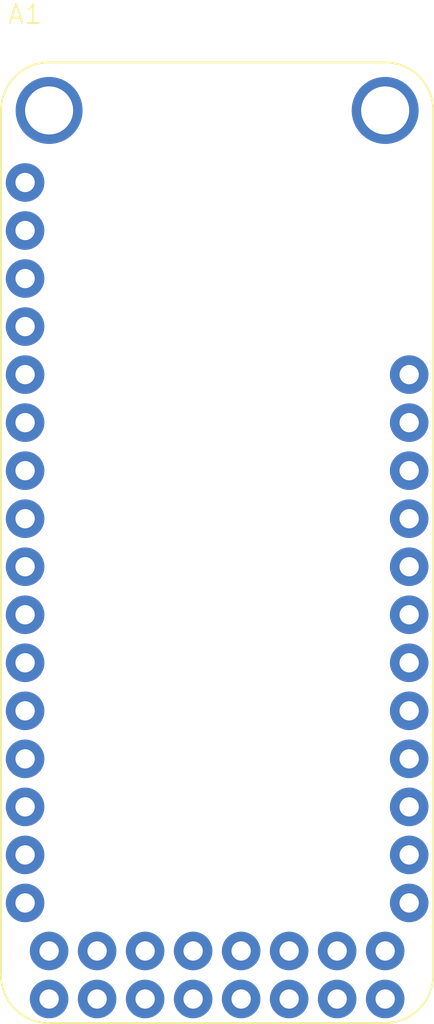
<source format=kicad_pcb>
(kicad_pcb (version 20221018) (generator pcbnew)
  (layers (0 "F.Cu" signal) (31 "B.Cu" signal) (34 "B.Paste" user) (35 "F.Paste" user) (36 "B.SilkS" user "B.Silkscreen") (37 "F.SilkS" user "F.Silkscreen") (38 "B.Mask" user) (39 "F.Mask" user) (44 "Edge.Cuts" user))
  (net 0 "")
  (footprint "Adafruit_RP2040_Scorpio:Adafruit_RP2040_Scorpio" (layer "F.Cu") (at 140.97 73.66)
    (fp_text reference "A1" (at 0 -8.89 unlocked) (layer "F.SilkS") (effects (font (thickness 0.1))))
    (fp_text value "Adafruit_RP2040_Scorpio")
    (fp_line (start -1.27 41.71) (end -1.27 -3.81) (stroke (width 0.1)) (layer "F.SilkS"))
    (fp_line (start 1.27 -6.35) (end 19.05 -6.35) (stroke (width 0.1)) (layer "F.SilkS"))
    (fp_line (start 19.05 44.45) (end 1.27 44.45) (stroke (width 0.1)) (layer "F.SilkS"))
    (fp_line (start 21.59 -3.81) (end 21.59 41.91) (stroke (width 0.1)) (layer "F.SilkS"))
    (fp_arc (start -1.27 -3.81) (mid -0.526051 -5.606051) (end 1.27 -6.35) (stroke (width 0.1)) (layer "F.SilkS"))
    (fp_arc (start 1.27 44.457861) (mid -0.600985 43.639454) (end -1.269999 41.71) (stroke (width 0.1)) (layer "F.SilkS"))
    (fp_arc (start 19.05 -6.35) (mid 20.846051 -5.606051) (end 21.59 -3.81) (stroke (width 0.1)) (layer "F.SilkS"))
    (fp_arc (start 21.59 41.91) (mid 20.846051 43.706051) (end 19.05 44.45) (stroke (width 0.1)) (layer "F.SilkS"))
    (pad "" np_thru_hole circle (at 1.27 -3.81) (size 3.54 3.54) (drill 2.54) (layers "F&B.Cu" "*.Mask"))
    (pad "" np_thru_hole circle (at 19.05 -3.81) (size 3.54 3.54) (drill 2.54) (layers "F&B.Cu" "*.Mask"))
    (pad "1" thru_hole circle (at 0 0) (size 2.04 2.04) (drill 1.02) (layers "*.Cu" "*.Mask"))
    (pad "2" thru_hole circle (at 0 2.54) (size 2.04 2.04) (drill 1.02) (layers "*.Cu" "*.Mask"))
    (pad "3" thru_hole circle (at 0 5.08) (size 2.04 2.04) (drill 1.02) (layers "*.Cu" "*.Mask"))
    (pad "4" thru_hole circle (at 0 7.62) (size 2.04 2.04) (drill 1.02) (layers "*.Cu" "*.Mask"))
    (pad "5" thru_hole circle (at 0 10.16) (size 2.04 2.04) (drill 1.02) (layers "*.Cu" "*.Mask"))
    (pad "6" thru_hole circle (at 0 12.7) (size 2.04 2.04) (drill 1.02) (layers "*.Cu" "*.Mask"))
    (pad "7" thru_hole circle (at 0 15.24) (size 2.04 2.04) (drill 1.02) (layers "*.Cu" "*.Mask"))
    (pad "8" thru_hole circle (at 0 17.78) (size 2.04 2.04) (drill 1.02) (layers "*.Cu" "*.Mask"))
    (pad "9" thru_hole circle (at 0 20.32) (size 2.04 2.04) (drill 1.02) (layers "*.Cu" "*.Mask"))
    (pad "10" thru_hole circle (at 0 22.86) (size 2.04 2.04) (drill 1.02) (layers "*.Cu" "*.Mask"))
    (pad "11" thru_hole circle (at 0 25.4) (size 2.04 2.04) (drill 1.02) (layers "*.Cu" "*.Mask"))
    (pad "12" thru_hole circle (at 0 27.94) (size 2.04 2.04) (drill 1.02) (layers "*.Cu" "*.Mask"))
    (pad "13" thru_hole circle (at 0 30.48) (size 2.04 2.04) (drill 1.02) (layers "*.Cu" "*.Mask"))
    (pad "14" thru_hole circle (at 0 33.02) (size 2.04 2.04) (drill 1.02) (layers "*.Cu" "*.Mask"))
    (pad "15" thru_hole circle (at 0 35.56) (size 2.04 2.04) (drill 1.02) (layers "*.Cu" "*.Mask"))
    (pad "16" thru_hole circle (at 0 38.1) (size 2.04 2.04) (drill 1.02) (layers "*.Cu" "*.Mask"))
    (pad "17" thru_hole circle (at 20.32 38.1) (size 2.04 2.04) (drill 1.02) (layers "*.Cu" "*.Mask"))
    (pad "18" thru_hole circle (at 20.32 35.56) (size 2.04 2.04) (drill 1.02) (layers "*.Cu" "*.Mask"))
    (pad "19" thru_hole circle (at 20.32 33.02) (size 2.04 2.04) (drill 1.02) (layers "*.Cu" "*.Mask"))
    (pad "20" thru_hole circle (at 20.32 30.48) (size 2.04 2.04) (drill 1.02) (layers "*.Cu" "*.Mask"))
    (pad "21" thru_hole circle (at 20.32 27.94) (size 2.04 2.04) (drill 1.02) (layers "*.Cu" "*.Mask"))
    (pad "22" thru_hole circle (at 20.32 25.4) (size 2.04 2.04) (drill 1.02) (layers "*.Cu" "*.Mask"))
    (pad "23" thru_hole circle (at 20.32 22.86) (size 2.04 2.04) (drill 1.02) (layers "*.Cu" "*.Mask"))
    (pad "24" thru_hole circle (at 20.32 20.32) (size 2.04 2.04) (drill 1.02) (layers "*.Cu" "*.Mask"))
    (pad "25" thru_hole circle (at 20.32 17.78) (size 2.04 2.04) (drill 1.02) (layers "*.Cu" "*.Mask"))
    (pad "26" thru_hole circle (at 20.32 15.24) (size 2.04 2.04) (drill 1.02) (layers "*.Cu" "*.Mask"))
    (pad "27" thru_hole circle (at 20.32 12.7) (size 2.04 2.04) (drill 1.02) (layers "*.Cu" "*.Mask"))
    (pad "28" thru_hole circle (at 20.32 10.16) (size 2.04 2.04) (drill 1.02) (layers "*.Cu" "*.Mask"))
    (pad "29" thru_hole circle (at 19.05 40.64) (size 2.04 2.04) (drill 1.02) (layers "*.Cu" "*.Mask"))
    (pad "30" thru_hole circle (at 19.05 43.18) (size 2.04 2.04) (drill 1.02) (layers "*.Cu" "*.Mask"))
    (pad "31" thru_hole circle (at 16.51 40.64) (size 2.04 2.04) (drill 1.02) (layers "*.Cu" "*.Mask"))
    (pad "32" thru_hole circle (at 16.51 43.18) (size 2.04 2.04) (drill 1.02) (layers "*.Cu" "*.Mask"))
    (pad "33" thru_hole circle (at 13.97 40.64) (size 2.04 2.04) (drill 1.02) (layers "*.Cu" "*.Mask"))
    (pad "34" thru_hole circle (at 13.97 43.18) (size 2.04 2.04) (drill 1.02) (layers "*.Cu" "*.Mask"))
    (pad "35" thru_hole circle (at 11.43 40.64) (size 2.04 2.04) (drill 1.02) (layers "*.Cu" "*.Mask"))
    (pad "36" thru_hole circle (at 11.43 43.18) (size 2.04 2.04) (drill 1.02) (layers "*.Cu" "*.Mask"))
    (pad "37" thru_hole circle (at 8.89 40.64) (size 2.04 2.04) (drill 1.02) (layers "*.Cu" "*.Mask"))
    (pad "38" thru_hole circle (at 8.89 43.18) (size 2.04 2.04) (drill 1.02) (layers "*.Cu" "*.Mask"))
    (pad "39" thru_hole circle (at 6.35 40.64) (size 2.04 2.04) (drill 1.02) (layers "*.Cu" "*.Mask"))
    (pad "40" thru_hole circle (at 6.35 43.18) (size 2.04 2.04) (drill 1.02) (layers "*.Cu" "*.Mask"))
    (pad "41" thru_hole circle (at 3.81 40.64) (size 2.04 2.04) (drill 1.02) (layers "*.Cu" "*.Mask"))
    (pad "42" thru_hole circle (at 3.81 43.18) (size 2.04 2.04) (drill 1.02) (layers "*.Cu" "*.Mask"))
    (pad "43" thru_hole circle (at 1.27 40.64) (size 2.04 2.04) (drill 1.02) (layers "*.Cu" "*.Mask"))
    (pad "44" thru_hole circle (at 1.27 43.18) (size 2.04 2.04) (drill 1.02) (layers "*.Cu" "*.Mask"))
  )
)
</source>
